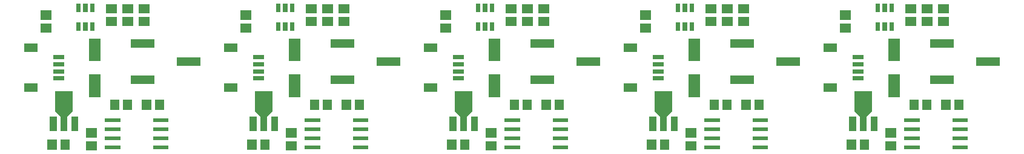
<source format=gbr>
G04 start of page 11 for group -4015 idx -4015 *
G04 Title: (unknown), toppaste *
G04 Creator: pcb 20140316 *
G04 CreationDate: Thu 20 Aug 2020 03:04:10 AM GMT UTC *
G04 For: railfan *
G04 Format: Gerber/RS-274X *
G04 PCB-Dimensions (mil): 5600.00 1200.00 *
G04 PCB-Coordinate-Origin: lower left *
%MOIN*%
%FSLAX25Y25*%
%LNTOPPASTE*%
%ADD67R,0.0469X0.0469*%
%ADD66R,0.0244X0.0244*%
%ADD65R,0.0200X0.0200*%
%ADD64C,0.0001*%
%ADD63R,0.0945X0.0945*%
%ADD62R,0.0378X0.0378*%
%ADD61R,0.0630X0.0630*%
%ADD60R,0.0512X0.0512*%
%ADD59R,0.0472X0.0472*%
%ADD58R,0.0236X0.0236*%
G54D58*X27630Y65874D02*X31370D01*
X27630Y61937D02*X31370D01*
X27630Y58000D02*X31370D01*
X27630Y54063D02*X31370D01*
G54D59*X13063Y70992D02*X15425D01*
X13063Y48945D02*X15425D01*
G54D60*X60457Y39893D02*Y39107D01*
X67543Y39893D02*Y39107D01*
G54D61*X49500Y53307D02*Y47008D01*
Y72992D02*Y66693D01*
G54D62*X26594Y31110D02*Y27016D01*
X32500Y38826D02*Y27016D01*
G54D63*Y42450D02*Y40560D01*
G54D64*G36*
X29195Y37255D02*X32035Y34415D01*
X30615Y32995D01*
X27775Y35835D01*
X29195Y37255D01*
G37*
G36*
X32965Y34415D02*X35805Y37255D01*
X37225Y35835D01*
X34385Y32995D01*
X32965Y34415D01*
G37*
G54D62*X38406Y31110D02*Y27016D01*
G54D60*X77957Y39893D02*Y39107D01*
X85043Y39893D02*Y39107D01*
G54D65*X56000Y31000D02*X62500D01*
X56000Y26000D02*X62500D01*
X56000Y21000D02*X62500D01*
X56000Y16000D02*X62500D01*
X82500D02*X89000D01*
X82500Y21000D02*X89000D01*
X82500Y26000D02*X89000D01*
X82500Y31000D02*X89000D01*
G54D60*X25957Y17893D02*Y17107D01*
X33043Y17893D02*Y17107D01*
G54D66*X40520Y83827D02*Y81465D01*
X44260Y83827D02*Y81465D01*
X48000Y83827D02*Y81465D01*
Y94181D02*Y91819D01*
X44260Y94181D02*Y91819D01*
X40520Y94181D02*Y91819D01*
G54D60*X67107Y92543D02*X67893D01*
X67107Y85457D02*X67893D01*
X58107D02*X58893D01*
X58107Y92543D02*X58893D01*
X47107Y24043D02*X47893D01*
X47107Y16957D02*X47893D01*
X22107Y89043D02*X22893D01*
X22107Y81957D02*X22893D01*
X76107Y92543D02*X76893D01*
X76107Y85457D02*X76893D01*
G54D67*X71748Y73500D02*X80055D01*
X71748Y53500D02*X80055D01*
X96945Y63500D02*X105252D01*
G54D58*X137630Y65874D02*X141370D01*
X137630Y61937D02*X141370D01*
X137630Y58000D02*X141370D01*
X137630Y54063D02*X141370D01*
G54D59*X123063Y70992D02*X125425D01*
X123063Y48945D02*X125425D01*
G54D60*X170457Y39893D02*Y39107D01*
X177543Y39893D02*Y39107D01*
G54D61*X159500Y53307D02*Y47008D01*
Y72992D02*Y66693D01*
G54D62*X136594Y31110D02*Y27016D01*
X142500Y38826D02*Y27016D01*
G54D63*Y42450D02*Y40560D01*
G54D64*G36*
X139195Y37255D02*X142035Y34415D01*
X140615Y32995D01*
X137775Y35835D01*
X139195Y37255D01*
G37*
G36*
X142965Y34415D02*X145805Y37255D01*
X147225Y35835D01*
X144385Y32995D01*
X142965Y34415D01*
G37*
G54D62*X148406Y31110D02*Y27016D01*
G54D60*X187957Y39893D02*Y39107D01*
X195043Y39893D02*Y39107D01*
G54D65*X166000Y31000D02*X172500D01*
X166000Y26000D02*X172500D01*
X166000Y21000D02*X172500D01*
X166000Y16000D02*X172500D01*
X192500D02*X199000D01*
X192500Y21000D02*X199000D01*
X192500Y26000D02*X199000D01*
X192500Y31000D02*X199000D01*
G54D60*X135957Y17893D02*Y17107D01*
X143043Y17893D02*Y17107D01*
G54D66*X150520Y83827D02*Y81465D01*
X154260Y83827D02*Y81465D01*
X158000Y83827D02*Y81465D01*
Y94181D02*Y91819D01*
X154260Y94181D02*Y91819D01*
X150520Y94181D02*Y91819D01*
G54D60*X177107Y92543D02*X177893D01*
X177107Y85457D02*X177893D01*
X168107D02*X168893D01*
X168107Y92543D02*X168893D01*
X157107Y24043D02*X157893D01*
X157107Y16957D02*X157893D01*
X132107Y89043D02*X132893D01*
X132107Y81957D02*X132893D01*
X186107Y92543D02*X186893D01*
X186107Y85457D02*X186893D01*
G54D67*X181748Y73500D02*X190055D01*
X181748Y53500D02*X190055D01*
X206945Y63500D02*X215252D01*
G54D58*X247630Y65874D02*X251370D01*
X247630Y61937D02*X251370D01*
X247630Y58000D02*X251370D01*
X247630Y54063D02*X251370D01*
G54D59*X233063Y70992D02*X235425D01*
X233063Y48945D02*X235425D01*
G54D60*X280457Y39893D02*Y39107D01*
X287543Y39893D02*Y39107D01*
G54D61*X269500Y53307D02*Y47008D01*
Y72992D02*Y66693D01*
G54D62*X246594Y31110D02*Y27016D01*
X252500Y38826D02*Y27016D01*
G54D63*Y42450D02*Y40560D01*
G54D64*G36*
X249195Y37255D02*X252035Y34415D01*
X250615Y32995D01*
X247775Y35835D01*
X249195Y37255D01*
G37*
G36*
X252965Y34415D02*X255805Y37255D01*
X257225Y35835D01*
X254385Y32995D01*
X252965Y34415D01*
G37*
G54D62*X258406Y31110D02*Y27016D01*
G54D60*X297957Y39893D02*Y39107D01*
X305043Y39893D02*Y39107D01*
G54D65*X276000Y31000D02*X282500D01*
X276000Y26000D02*X282500D01*
X276000Y21000D02*X282500D01*
X276000Y16000D02*X282500D01*
X302500D02*X309000D01*
X302500Y21000D02*X309000D01*
X302500Y26000D02*X309000D01*
X302500Y31000D02*X309000D01*
G54D60*X245957Y17893D02*Y17107D01*
X253043Y17893D02*Y17107D01*
G54D66*X260520Y83827D02*Y81465D01*
X264260Y83827D02*Y81465D01*
X268000Y83827D02*Y81465D01*
Y94181D02*Y91819D01*
X264260Y94181D02*Y91819D01*
X260520Y94181D02*Y91819D01*
G54D60*X287107Y92543D02*X287893D01*
X287107Y85457D02*X287893D01*
X278107D02*X278893D01*
X278107Y92543D02*X278893D01*
X267107Y24043D02*X267893D01*
X267107Y16957D02*X267893D01*
X242107Y89043D02*X242893D01*
X242107Y81957D02*X242893D01*
X296107Y92543D02*X296893D01*
X296107Y85457D02*X296893D01*
G54D67*X291748Y73500D02*X300055D01*
X291748Y53500D02*X300055D01*
X316945Y63500D02*X325252D01*
G54D58*X357630Y65874D02*X361370D01*
X357630Y61937D02*X361370D01*
X357630Y58000D02*X361370D01*
X357630Y54063D02*X361370D01*
G54D59*X343063Y70992D02*X345425D01*
X343063Y48945D02*X345425D01*
G54D60*X390457Y39893D02*Y39107D01*
X397543Y39893D02*Y39107D01*
G54D61*X379500Y53307D02*Y47008D01*
Y72992D02*Y66693D01*
G54D62*X356594Y31110D02*Y27016D01*
X362500Y38826D02*Y27016D01*
G54D63*Y42450D02*Y40560D01*
G54D64*G36*
X359195Y37255D02*X362035Y34415D01*
X360615Y32995D01*
X357775Y35835D01*
X359195Y37255D01*
G37*
G36*
X362965Y34415D02*X365805Y37255D01*
X367225Y35835D01*
X364385Y32995D01*
X362965Y34415D01*
G37*
G54D62*X368406Y31110D02*Y27016D01*
G54D60*X407957Y39893D02*Y39107D01*
X415043Y39893D02*Y39107D01*
G54D65*X386000Y31000D02*X392500D01*
X386000Y26000D02*X392500D01*
X386000Y21000D02*X392500D01*
X386000Y16000D02*X392500D01*
X412500D02*X419000D01*
X412500Y21000D02*X419000D01*
X412500Y26000D02*X419000D01*
X412500Y31000D02*X419000D01*
G54D60*X355957Y17893D02*Y17107D01*
X363043Y17893D02*Y17107D01*
G54D66*X370520Y83827D02*Y81465D01*
X374260Y83827D02*Y81465D01*
X378000Y83827D02*Y81465D01*
Y94181D02*Y91819D01*
X374260Y94181D02*Y91819D01*
X370520Y94181D02*Y91819D01*
G54D60*X397107Y92543D02*X397893D01*
X397107Y85457D02*X397893D01*
X388107D02*X388893D01*
X388107Y92543D02*X388893D01*
X377107Y24043D02*X377893D01*
X377107Y16957D02*X377893D01*
X352107Y89043D02*X352893D01*
X352107Y81957D02*X352893D01*
X406107Y92543D02*X406893D01*
X406107Y85457D02*X406893D01*
G54D67*X401748Y73500D02*X410055D01*
X401748Y53500D02*X410055D01*
X426945Y63500D02*X435252D01*
G54D58*X467630Y65874D02*X471370D01*
X467630Y61937D02*X471370D01*
X467630Y58000D02*X471370D01*
X467630Y54063D02*X471370D01*
G54D59*X453063Y70992D02*X455425D01*
X453063Y48945D02*X455425D01*
G54D60*X500457Y39893D02*Y39107D01*
X507543Y39893D02*Y39107D01*
G54D61*X489500Y53307D02*Y47008D01*
Y72992D02*Y66693D01*
G54D62*X466594Y31110D02*Y27016D01*
X472500Y38826D02*Y27016D01*
G54D63*Y42450D02*Y40560D01*
G54D64*G36*
X469195Y37255D02*X472035Y34415D01*
X470615Y32995D01*
X467775Y35835D01*
X469195Y37255D01*
G37*
G36*
X472965Y34415D02*X475805Y37255D01*
X477225Y35835D01*
X474385Y32995D01*
X472965Y34415D01*
G37*
G54D62*X478406Y31110D02*Y27016D01*
G54D60*X517957Y39893D02*Y39107D01*
X525043Y39893D02*Y39107D01*
G54D65*X496000Y31000D02*X502500D01*
X496000Y26000D02*X502500D01*
X496000Y21000D02*X502500D01*
X496000Y16000D02*X502500D01*
X522500D02*X529000D01*
X522500Y21000D02*X529000D01*
X522500Y26000D02*X529000D01*
X522500Y31000D02*X529000D01*
G54D60*X465957Y17893D02*Y17107D01*
X473043Y17893D02*Y17107D01*
G54D66*X480520Y83827D02*Y81465D01*
X484260Y83827D02*Y81465D01*
X488000Y83827D02*Y81465D01*
Y94181D02*Y91819D01*
X484260Y94181D02*Y91819D01*
X480520Y94181D02*Y91819D01*
G54D60*X507107Y92543D02*X507893D01*
X507107Y85457D02*X507893D01*
X498107D02*X498893D01*
X498107Y92543D02*X498893D01*
X487107Y24043D02*X487893D01*
X487107Y16957D02*X487893D01*
X462107Y89043D02*X462893D01*
X462107Y81957D02*X462893D01*
X516107Y92543D02*X516893D01*
X516107Y85457D02*X516893D01*
G54D67*X511748Y73500D02*X520055D01*
X511748Y53500D02*X520055D01*
X536945Y63500D02*X545252D01*
M02*

</source>
